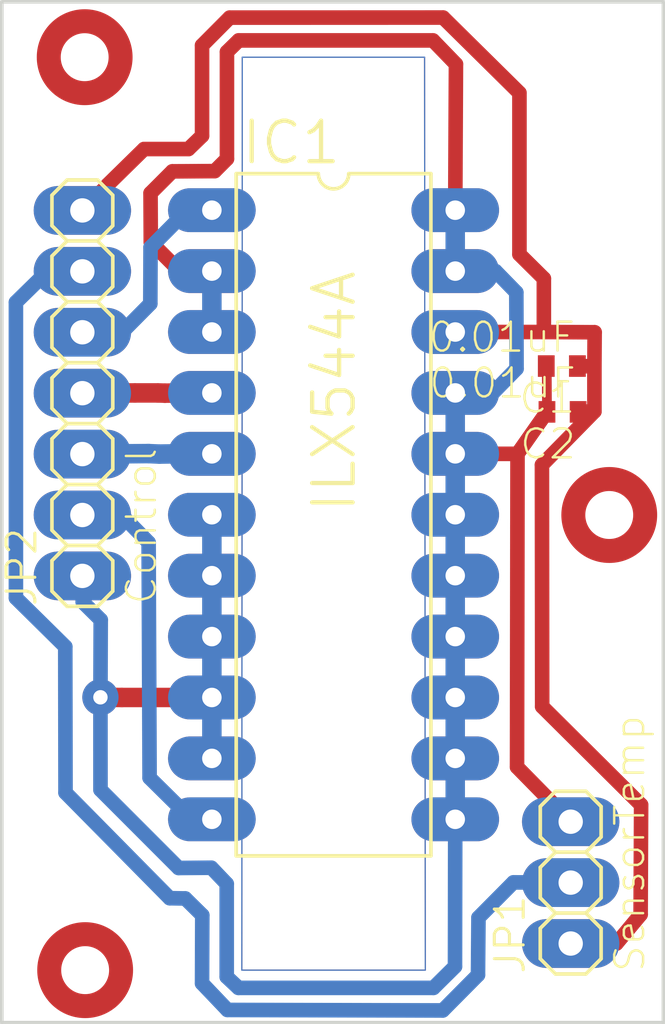
<source format=kicad_pcb>
(kicad_pcb (version 4) (host pcbnew 4.0.6+dfsg1-1)

  (general
    (links 29)
    (no_connects 0)
    (area 133.332815 83.643599 164.869386 126.363601)
    (thickness 1.6)
    (drawings 7)
    (tracks 116)
    (zones 0)
    (modules 8)
    (nets 8)
  )

  (page A4)
  (layers
    (0 Top signal)
    (31 Bottom signal)
    (32 B.Adhes user)
    (33 F.Adhes user)
    (34 B.Paste user)
    (35 F.Paste user)
    (36 B.SilkS user)
    (37 F.SilkS user)
    (38 B.Mask user)
    (39 F.Mask user)
    (40 Dwgs.User user)
    (41 Cmts.User user)
    (42 Eco1.User user)
    (43 Eco2.User user)
    (44 Edge.Cuts user)
    (45 Margin user)
    (46 B.CrtYd user)
    (47 F.CrtYd user)
    (48 B.Fab user)
    (49 F.Fab user)
  )

  (setup
    (last_trace_width 0.25)
    (trace_clearance 0.2)
    (zone_clearance 0.508)
    (zone_45_only no)
    (trace_min 0.05)
    (segment_width 0.2)
    (edge_width 0.15)
    (via_size 0.6)
    (via_drill 0.4)
    (via_min_size 0.4)
    (via_min_drill 0.3)
    (uvia_size 0.3)
    (uvia_drill 0.1)
    (uvias_allowed no)
    (uvia_min_size 0.2)
    (uvia_min_drill 0.1)
    (pcb_text_width 0.3)
    (pcb_text_size 1.5 1.5)
    (mod_edge_width 0.15)
    (mod_text_size 1 1)
    (mod_text_width 0.15)
    (pad_size 1.524 1.524)
    (pad_drill 0.762)
    (pad_to_mask_clearance 0.2)
    (aux_axis_origin 0 0)
    (visible_elements FFFFFF7F)
    (pcbplotparams
      (layerselection 0x00030_80000001)
      (usegerberextensions false)
      (excludeedgelayer true)
      (linewidth 0.100000)
      (plotframeref false)
      (viasonmask false)
      (mode 1)
      (useauxorigin false)
      (hpglpennumber 1)
      (hpglpenspeed 20)
      (hpglpendiameter 15)
      (hpglpenoverlay 2)
      (psnegative false)
      (psa4output false)
      (plotreference true)
      (plotvalue true)
      (plotinvisibletext false)
      (padsonsilk false)
      (subtractmaskfromsilk false)
      (outputformat 1)
      (mirror false)
      (drillshape 1)
      (scaleselection 1)
      (outputdirectory ""))
  )

  (net 0 "")
  (net 1 N$3)
  (net 2 N$4)
  (net 3 N$6)
  (net 4 N$1)
  (net 5 N$14)
  (net 6 N$15)
  (net 7 N$2)

  (net_class Default "This is the default net class."
    (clearance 0.2)
    (trace_width 0.25)
    (via_dia 0.6)
    (via_drill 0.4)
    (uvia_dia 0.3)
    (uvia_drill 0.1)
    (add_net N$1)
    (add_net N$14)
    (add_net N$15)
    (add_net N$2)
    (add_net N$3)
    (add_net N$4)
    (add_net N$6)
  )

  (module "" (layer Top) (tedit 0) (tstamp 0)
    (at 138.1411 86.0186)
    (fp_text reference @HOLE0 (at 0 0) (layer F.SilkS) hide
      (effects (font (thickness 0.15)))
    )
    (fp_text value "" (at 0 0) (layer F.SilkS)
      (effects (font (thickness 0.15)))
    )
    (pad "" np_thru_hole circle (at 0 0) (size 0.6 0.6) (drill 0.6) (layers *.Cu))
  )

  (module "" (layer Top) (tedit 0) (tstamp 0)
    (at 138.1711 124.0886)
    (fp_text reference @HOLE1 (at 0 0) (layer F.SilkS) hide
      (effects (font (thickness 0.15)))
    )
    (fp_text value "" (at 0 0) (layer F.SilkS)
      (effects (font (thickness 0.15)))
    )
    (pad "" np_thru_hole circle (at 0 0) (size 0.6 0.6) (drill 0.6) (layers *.Cu))
  )

  (module "" (layer Top) (tedit 0) (tstamp 0)
    (at 160.0611 105.0886)
    (fp_text reference @HOLE2 (at 0 0) (layer F.SilkS) hide
      (effects (font (thickness 0.15)))
    )
    (fp_text value "" (at 0 0) (layer F.SilkS)
      (effects (font (thickness 0.15)))
    )
    (pad "" np_thru_hole circle (at 0 0) (size 0.6 0.6) (drill 0.6) (layers *.Cu))
  )

  (module C0402 (layer Top) (tedit 0) (tstamp 59805F0D)
    (at 158.0711 98.9086 180)
    (descr <b>CAPACITOR</b>)
    (fp_text reference C1 (at -0.635 -0.635 180) (layer F.SilkS)
      (effects (font (size 1.2065 1.2065) (thickness 0.1016)) (justify right top))
    )
    (fp_text value 0.01uF (at -0.635 1.905 180) (layer F.SilkS)
      (effects (font (size 1.2065 1.2065) (thickness 0.1016)) (justify right top))
    )
    (fp_line (start -0.245 -0.224) (end 0.245 -0.224) (layer Dwgs.User) (width 0.1524))
    (fp_line (start 0.245 0.224) (end -0.245 0.224) (layer Dwgs.User) (width 0.1524))
    (fp_poly (pts (xy -0.554 0.3048) (xy -0.254 0.3048) (xy -0.254 -0.2951) (xy -0.554 -0.2951)) (layer Dwgs.User) (width 0))
    (fp_poly (pts (xy 0.2588 0.3048) (xy 0.5588 0.3048) (xy 0.5588 -0.2951) (xy 0.2588 -0.2951)) (layer Dwgs.User) (width 0))
    (fp_poly (pts (xy -0.1999 0.3) (xy 0.1999 0.3) (xy 0.1999 -0.3) (xy -0.1999 -0.3)) (layer F.Adhes) (width 0))
    (pad 1 smd rect (at -0.65 0 180) (size 0.7 0.9) (layers Top F.Paste F.Mask)
      (net 7 N$2))
    (pad 2 smd rect (at 0.65 0 180) (size 0.7 0.9) (layers Top F.Paste F.Mask)
      (net 6 N$15))
  )

  (module C0402 (layer Top) (tedit 0) (tstamp 59805F17)
    (at 158.1011 100.8186 180)
    (descr <b>CAPACITOR</b>)
    (fp_text reference C2 (at -0.635 -0.635 180) (layer F.SilkS)
      (effects (font (size 1.2065 1.2065) (thickness 0.1016)) (justify right top))
    )
    (fp_text value 0.01uF (at -0.635 1.905 180) (layer F.SilkS)
      (effects (font (size 1.2065 1.2065) (thickness 0.1016)) (justify right top))
    )
    (fp_line (start -0.245 -0.224) (end 0.245 -0.224) (layer Dwgs.User) (width 0.1524))
    (fp_line (start 0.245 0.224) (end -0.245 0.224) (layer Dwgs.User) (width 0.1524))
    (fp_poly (pts (xy -0.554 0.3048) (xy -0.254 0.3048) (xy -0.254 -0.2951) (xy -0.554 -0.2951)) (layer Dwgs.User) (width 0))
    (fp_poly (pts (xy 0.2588 0.3048) (xy 0.5588 0.3048) (xy 0.5588 -0.2951) (xy 0.2588 -0.2951)) (layer Dwgs.User) (width 0))
    (fp_poly (pts (xy -0.1999 0.3) (xy 0.1999 0.3) (xy 0.1999 -0.3) (xy -0.1999 -0.3)) (layer F.Adhes) (width 0))
    (pad 1 smd rect (at -0.65 0 180) (size 0.7 0.9) (layers Top F.Paste F.Mask)
      (net 7 N$2))
    (pad 2 smd rect (at 0.65 0 180) (size 0.7 0.9) (layers Top F.Paste F.Mask)
      (net 6 N$15))
  )

  (module DIL22-4 (layer Top) (tedit 0) (tstamp 59805F21)
    (at 148.5411 105.1086 270)
    (descr "<b>Dual In Line</b> 0.4 inch")
    (fp_text reference IC1 (at -14.5288 3.937 360) (layer F.SilkS)
      (effects (font (size 1.6891 1.6891) (thickness 0.1778)) (justify left bottom))
    )
    (fp_text value ILX544A (at -10.287 0.9652 270) (layer F.SilkS)
      (effects (font (size 1.6891 1.6891) (thickness 0.1778)) (justify right top))
    )
    (fp_line (start -14.224 0.635) (end -14.224 4.064) (layer F.SilkS) (width 0.1524))
    (fp_arc (start -14.224 0) (end -14.224 -0.635) (angle 180) (layer F.SilkS) (width 0.1524))
    (fp_line (start 14.224 4.064) (end 14.224 -4.064) (layer F.SilkS) (width 0.1524))
    (fp_line (start -14.224 4.064) (end 14.224 4.064) (layer F.SilkS) (width 0.1524))
    (fp_line (start -14.224 -4.064) (end -14.224 -0.635) (layer F.SilkS) (width 0.1524))
    (fp_line (start -14.224 -4.064) (end 14.224 -4.064) (layer F.SilkS) (width 0.1524))
    (pad 1 thru_hole oval (at -12.7 5.08) (size 3.6576 1.8288) (drill 0.8128) (layers *.Cu *.Mask)
      (net 1 N$3))
    (pad 2 thru_hole oval (at -10.16 5.08) (size 3.6576 1.8288) (drill 0.8128) (layers *.Cu *.Mask)
      (net 6 N$15))
    (pad 3 thru_hole oval (at -7.62 5.08) (size 3.6576 1.8288) (drill 0.8128) (layers *.Cu *.Mask)
      (net 6 N$15))
    (pad 4 thru_hole oval (at -5.08 5.08) (size 3.6576 1.8288) (drill 0.8128) (layers *.Cu *.Mask)
      (net 2 N$4))
    (pad 5 thru_hole oval (at -2.54 5.08) (size 3.6576 1.8288) (drill 0.8128) (layers *.Cu *.Mask)
      (net 4 N$1))
    (pad 6 thru_hole oval (at 0 5.08) (size 3.6576 1.8288) (drill 0.8128) (layers *.Cu *.Mask)
      (net 6 N$15))
    (pad 7 thru_hole oval (at 2.54 5.08) (size 3.6576 1.8288) (drill 0.8128) (layers *.Cu *.Mask)
      (net 6 N$15))
    (pad 8 thru_hole oval (at 5.08 5.08) (size 3.6576 1.8288) (drill 0.8128) (layers *.Cu *.Mask)
      (net 6 N$15))
    (pad 9 thru_hole oval (at 7.62 5.08) (size 3.6576 1.8288) (drill 0.8128) (layers *.Cu *.Mask)
      (net 6 N$15))
    (pad 10 thru_hole oval (at 10.16 5.08) (size 3.6576 1.8288) (drill 0.8128) (layers *.Cu *.Mask)
      (net 6 N$15))
    (pad 11 thru_hole oval (at 12.7 5.08) (size 3.6576 1.8288) (drill 0.8128) (layers *.Cu *.Mask)
      (net 3 N$6))
    (pad 12 thru_hole oval (at 12.7 -5.08) (size 3.6576 1.8288) (drill 0.8128) (layers *.Cu *.Mask)
      (net 6 N$15))
    (pad 13 thru_hole oval (at 10.16 -5.08) (size 3.6576 1.8288) (drill 0.8128) (layers *.Cu *.Mask)
      (net 6 N$15))
    (pad 14 thru_hole oval (at 7.62 -5.08) (size 3.6576 1.8288) (drill 0.8128) (layers *.Cu *.Mask)
      (net 6 N$15))
    (pad 15 thru_hole oval (at 5.08 -5.08) (size 3.6576 1.8288) (drill 0.8128) (layers *.Cu *.Mask)
      (net 6 N$15))
    (pad 16 thru_hole oval (at 2.54 -5.08) (size 3.6576 1.8288) (drill 0.8128) (layers *.Cu *.Mask)
      (net 6 N$15))
    (pad 17 thru_hole oval (at 0 -5.08) (size 3.6576 1.8288) (drill 0.8128) (layers *.Cu *.Mask)
      (net 6 N$15))
    (pad 18 thru_hole oval (at -2.54 -5.08) (size 3.6576 1.8288) (drill 0.8128) (layers *.Cu *.Mask)
      (net 6 N$15))
    (pad 19 thru_hole oval (at -5.08 -5.08) (size 3.6576 1.8288) (drill 0.8128) (layers *.Cu *.Mask)
      (net 6 N$15))
    (pad 20 thru_hole oval (at -7.62 -5.08) (size 3.6576 1.8288) (drill 0.8128) (layers *.Cu *.Mask)
      (net 7 N$2))
    (pad 21 thru_hole oval (at -10.16 -5.08) (size 3.6576 1.8288) (drill 0.8128) (layers *.Cu *.Mask)
      (net 6 N$15))
    (pad 22 thru_hole oval (at -12.7 -5.08) (size 3.6576 1.8288) (drill 0.8128) (layers *.Cu *.Mask)
      (net 6 N$15))
  )

  (module 1X03 (layer Top) (tedit 0) (tstamp 59805F40)
    (at 158.4411 120.4486 90)
    (descr "<b>PIN HEADER</b>")
    (fp_text reference JP1 (at -3.8862 -1.8288 90) (layer F.SilkS)
      (effects (font (size 1.2065 1.2065) (thickness 0.127)) (justify left bottom))
    )
    (fp_text value SensorTemp (at -3.81 3.175 90) (layer F.SilkS)
      (effects (font (size 1.2065 1.2065) (thickness 0.1016)) (justify left bottom))
    )
    (fp_line (start -3.175 -1.27) (end -1.905 -1.27) (layer F.SilkS) (width 0.1524))
    (fp_line (start -1.905 -1.27) (end -1.27 -0.635) (layer F.SilkS) (width 0.1524))
    (fp_line (start -1.27 -0.635) (end -1.27 0.635) (layer F.SilkS) (width 0.1524))
    (fp_line (start -1.27 0.635) (end -1.905 1.27) (layer F.SilkS) (width 0.1524))
    (fp_line (start -1.27 -0.635) (end -0.635 -1.27) (layer F.SilkS) (width 0.1524))
    (fp_line (start -0.635 -1.27) (end 0.635 -1.27) (layer F.SilkS) (width 0.1524))
    (fp_line (start 0.635 -1.27) (end 1.27 -0.635) (layer F.SilkS) (width 0.1524))
    (fp_line (start 1.27 -0.635) (end 1.27 0.635) (layer F.SilkS) (width 0.1524))
    (fp_line (start 1.27 0.635) (end 0.635 1.27) (layer F.SilkS) (width 0.1524))
    (fp_line (start 0.635 1.27) (end -0.635 1.27) (layer F.SilkS) (width 0.1524))
    (fp_line (start -0.635 1.27) (end -1.27 0.635) (layer F.SilkS) (width 0.1524))
    (fp_line (start -3.81 -0.635) (end -3.81 0.635) (layer F.SilkS) (width 0.1524))
    (fp_line (start -3.175 -1.27) (end -3.81 -0.635) (layer F.SilkS) (width 0.1524))
    (fp_line (start -3.81 0.635) (end -3.175 1.27) (layer F.SilkS) (width 0.1524))
    (fp_line (start -1.905 1.27) (end -3.175 1.27) (layer F.SilkS) (width 0.1524))
    (fp_line (start 1.27 -0.635) (end 1.905 -1.27) (layer F.SilkS) (width 0.1524))
    (fp_line (start 1.905 -1.27) (end 3.175 -1.27) (layer F.SilkS) (width 0.1524))
    (fp_line (start 3.175 -1.27) (end 3.81 -0.635) (layer F.SilkS) (width 0.1524))
    (fp_line (start 3.81 -0.635) (end 3.81 0.635) (layer F.SilkS) (width 0.1524))
    (fp_line (start 3.81 0.635) (end 3.175 1.27) (layer F.SilkS) (width 0.1524))
    (fp_line (start 3.175 1.27) (end 1.905 1.27) (layer F.SilkS) (width 0.1524))
    (fp_line (start 1.905 1.27) (end 1.27 0.635) (layer F.SilkS) (width 0.1524))
    (fp_poly (pts (xy -0.254 0.254) (xy 0.254 0.254) (xy 0.254 -0.254) (xy -0.254 -0.254)) (layer Dwgs.User) (width 0))
    (fp_poly (pts (xy -2.794 0.254) (xy -2.286 0.254) (xy -2.286 -0.254) (xy -2.794 -0.254)) (layer Dwgs.User) (width 0))
    (fp_poly (pts (xy 2.286 0.254) (xy 2.794 0.254) (xy 2.794 -0.254) (xy 2.286 -0.254)) (layer Dwgs.User) (width 0))
    (pad 1 thru_hole oval (at -2.54 0 180) (size 4.064 2.032) (drill 1.016) (layers *.Cu *.Mask)
      (net 7 N$2))
    (pad 2 thru_hole oval (at 0 0 180) (size 4.064 2.032) (drill 1.016) (layers *.Cu *.Mask)
      (net 5 N$14))
    (pad 3 thru_hole oval (at 2.54 0 180) (size 4.064 2.032) (drill 1.016) (layers *.Cu *.Mask)
      (net 6 N$15))
  )

  (module 1X07 (layer Top) (tedit 0) (tstamp 59805F5F)
    (at 138.0547 100.0386 90)
    (descr "<b>PIN HEADER</b>")
    (fp_text reference JP2 (at -8.9662 -1.8288 90) (layer F.SilkS)
      (effects (font (size 1.2065 1.2065) (thickness 0.127)) (justify left bottom))
    )
    (fp_text value Control (at -8.89 3.175 90) (layer F.SilkS)
      (effects (font (size 1.2065 1.2065) (thickness 0.1016)) (justify left bottom))
    )
    (fp_line (start 3.81 -0.635) (end 4.445 -1.27) (layer F.SilkS) (width 0.1524))
    (fp_line (start 4.445 -1.27) (end 5.715 -1.27) (layer F.SilkS) (width 0.1524))
    (fp_line (start 5.715 -1.27) (end 6.35 -0.635) (layer F.SilkS) (width 0.1524))
    (fp_line (start 6.35 -0.635) (end 6.35 0.635) (layer F.SilkS) (width 0.1524))
    (fp_line (start 6.35 0.635) (end 5.715 1.27) (layer F.SilkS) (width 0.1524))
    (fp_line (start 5.715 1.27) (end 4.445 1.27) (layer F.SilkS) (width 0.1524))
    (fp_line (start 4.445 1.27) (end 3.81 0.635) (layer F.SilkS) (width 0.1524))
    (fp_line (start -0.635 -1.27) (end 0.635 -1.27) (layer F.SilkS) (width 0.1524))
    (fp_line (start 0.635 -1.27) (end 1.27 -0.635) (layer F.SilkS) (width 0.1524))
    (fp_line (start 1.27 -0.635) (end 1.27 0.635) (layer F.SilkS) (width 0.1524))
    (fp_line (start 1.27 0.635) (end 0.635 1.27) (layer F.SilkS) (width 0.1524))
    (fp_line (start 1.27 -0.635) (end 1.905 -1.27) (layer F.SilkS) (width 0.1524))
    (fp_line (start 1.905 -1.27) (end 3.175 -1.27) (layer F.SilkS) (width 0.1524))
    (fp_line (start 3.175 -1.27) (end 3.81 -0.635) (layer F.SilkS) (width 0.1524))
    (fp_line (start 3.81 -0.635) (end 3.81 0.635) (layer F.SilkS) (width 0.1524))
    (fp_line (start 3.81 0.635) (end 3.175 1.27) (layer F.SilkS) (width 0.1524))
    (fp_line (start 3.175 1.27) (end 1.905 1.27) (layer F.SilkS) (width 0.1524))
    (fp_line (start 1.905 1.27) (end 1.27 0.635) (layer F.SilkS) (width 0.1524))
    (fp_line (start -3.81 -0.635) (end -3.175 -1.27) (layer F.SilkS) (width 0.1524))
    (fp_line (start -3.175 -1.27) (end -1.905 -1.27) (layer F.SilkS) (width 0.1524))
    (fp_line (start -1.905 -1.27) (end -1.27 -0.635) (layer F.SilkS) (width 0.1524))
    (fp_line (start -1.27 -0.635) (end -1.27 0.635) (layer F.SilkS) (width 0.1524))
    (fp_line (start -1.27 0.635) (end -1.905 1.27) (layer F.SilkS) (width 0.1524))
    (fp_line (start -1.905 1.27) (end -3.175 1.27) (layer F.SilkS) (width 0.1524))
    (fp_line (start -3.175 1.27) (end -3.81 0.635) (layer F.SilkS) (width 0.1524))
    (fp_line (start -0.635 -1.27) (end -1.27 -0.635) (layer F.SilkS) (width 0.1524))
    (fp_line (start -1.27 0.635) (end -0.635 1.27) (layer F.SilkS) (width 0.1524))
    (fp_line (start 0.635 1.27) (end -0.635 1.27) (layer F.SilkS) (width 0.1524))
    (fp_line (start -8.255 -1.27) (end -6.985 -1.27) (layer F.SilkS) (width 0.1524))
    (fp_line (start -6.985 -1.27) (end -6.35 -0.635) (layer F.SilkS) (width 0.1524))
    (fp_line (start -6.35 -0.635) (end -6.35 0.635) (layer F.SilkS) (width 0.1524))
    (fp_line (start -6.35 0.635) (end -6.985 1.27) (layer F.SilkS) (width 0.1524))
    (fp_line (start -6.35 -0.635) (end -5.715 -1.27) (layer F.SilkS) (width 0.1524))
    (fp_line (start -5.715 -1.27) (end -4.445 -1.27) (layer F.SilkS) (width 0.1524))
    (fp_line (start -4.445 -1.27) (end -3.81 -0.635) (layer F.SilkS) (width 0.1524))
    (fp_line (start -3.81 -0.635) (end -3.81 0.635) (layer F.SilkS) (width 0.1524))
    (fp_line (start -3.81 0.635) (end -4.445 1.27) (layer F.SilkS) (width 0.1524))
    (fp_line (start -4.445 1.27) (end -5.715 1.27) (layer F.SilkS) (width 0.1524))
    (fp_line (start -5.715 1.27) (end -6.35 0.635) (layer F.SilkS) (width 0.1524))
    (fp_line (start -8.89 -0.635) (end -8.89 0.635) (layer F.SilkS) (width 0.1524))
    (fp_line (start -8.255 -1.27) (end -8.89 -0.635) (layer F.SilkS) (width 0.1524))
    (fp_line (start -8.89 0.635) (end -8.255 1.27) (layer F.SilkS) (width 0.1524))
    (fp_line (start -6.985 1.27) (end -8.255 1.27) (layer F.SilkS) (width 0.1524))
    (fp_line (start 6.985 -1.27) (end 8.255 -1.27) (layer F.SilkS) (width 0.1524))
    (fp_line (start 8.255 -1.27) (end 8.89 -0.635) (layer F.SilkS) (width 0.1524))
    (fp_line (start 8.89 -0.635) (end 8.89 0.635) (layer F.SilkS) (width 0.1524))
    (fp_line (start 8.89 0.635) (end 8.255 1.27) (layer F.SilkS) (width 0.1524))
    (fp_line (start 6.985 -1.27) (end 6.35 -0.635) (layer F.SilkS) (width 0.1524))
    (fp_line (start 6.35 0.635) (end 6.985 1.27) (layer F.SilkS) (width 0.1524))
    (fp_line (start 8.255 1.27) (end 6.985 1.27) (layer F.SilkS) (width 0.1524))
    (fp_poly (pts (xy 4.826 0.254) (xy 5.334 0.254) (xy 5.334 -0.254) (xy 4.826 -0.254)) (layer Dwgs.User) (width 0))
    (fp_poly (pts (xy 2.286 0.254) (xy 2.794 0.254) (xy 2.794 -0.254) (xy 2.286 -0.254)) (layer Dwgs.User) (width 0))
    (fp_poly (pts (xy -0.254 0.254) (xy 0.254 0.254) (xy 0.254 -0.254) (xy -0.254 -0.254)) (layer Dwgs.User) (width 0))
    (fp_poly (pts (xy -2.794 0.254) (xy -2.286 0.254) (xy -2.286 -0.254) (xy -2.794 -0.254)) (layer Dwgs.User) (width 0))
    (fp_poly (pts (xy -5.334 0.254) (xy -4.826 0.254) (xy -4.826 -0.254) (xy -5.334 -0.254)) (layer Dwgs.User) (width 0))
    (fp_poly (pts (xy -7.874 0.254) (xy -7.366 0.254) (xy -7.366 -0.254) (xy -7.874 -0.254)) (layer Dwgs.User) (width 0))
    (fp_poly (pts (xy 7.366 0.254) (xy 7.874 0.254) (xy 7.874 -0.254) (xy 7.366 -0.254)) (layer Dwgs.User) (width 0))
    (pad 1 thru_hole oval (at -7.62 0 180) (size 4.064 2.032) (drill 1.016) (layers *.Cu *.Mask)
      (net 6 N$15))
    (pad 2 thru_hole oval (at -5.08 0 180) (size 4.064 2.032) (drill 1.016) (layers *.Cu *.Mask)
      (net 3 N$6))
    (pad 3 thru_hole oval (at -2.54 0 180) (size 4.064 2.032) (drill 1.016) (layers *.Cu *.Mask)
      (net 4 N$1))
    (pad 4 thru_hole oval (at 0 0 180) (size 4.064 2.032) (drill 1.016) (layers *.Cu *.Mask)
      (net 2 N$4))
    (pad 5 thru_hole oval (at 2.54 0 180) (size 4.064 2.032) (drill 1.016) (layers *.Cu *.Mask)
      (net 1 N$3))
    (pad 6 thru_hole oval (at 5.08 0 180) (size 4.064 2.032) (drill 1.016) (layers *.Cu *.Mask)
      (net 5 N$14))
    (pad 7 thru_hole oval (at 7.62 0 180) (size 4.064 2.032) (drill 1.016) (layers *.Cu *.Mask)
      (net 7 N$2))
  )

  (gr_line (start 134.6911 126.2886) (end 162.3111 126.2886) (layer Edge.Cuts) (width 0.15) (tstamp 558D2C3E8EE0))
  (gr_line (start 162.3111 126.2886) (end 162.3111 83.7186) (layer Edge.Cuts) (width 0.15) (tstamp 558D2C3E9860))
  (gr_line (start 162.3111 83.7186) (end 134.6911 83.7186) (layer Edge.Cuts) (width 0.15) (tstamp 558D2C3EA1E0))
  (gr_line (start 134.6911 83.7186) (end 134.6911 126.2886) (layer Edge.Cuts) (width 0.15) (tstamp 558D2C3EAB60))
  (gr_circle (center 138.1511 86.0286) (end 139.6511 86.0286) (layer Top) (width 1) (tstamp 558D2C53FA00))
  (gr_circle (center 160.0511 105.1186) (end 161.5511 105.1186) (layer Top) (width 1) (tstamp 558D2C540250))
  (gr_circle (center 138.1711 124.0986) (end 139.6711 124.0986) (layer Top) (width 1) (tstamp 558D2C540AA0))

  (segment (start 152.3411 86.0286) (end 152.3711 124.0986) (width 0.05) (layer Bottom) (net 0) (tstamp 558D2C971280))
  (segment (start 152.3711 124.0986) (end 144.7111 124.0986) (width 0.05) (layer Bottom) (net 0) (tstamp 558D2C971C00))
  (segment (start 144.7111 124.0986) (end 144.7311 86.0286) (width 0.05) (layer Bottom) (net 0) (tstamp 558D2C972580))
  (segment (start 144.7311 86.0286) (end 152.3411 86.0286) (width 0.05) (layer Bottom) (net 0) (tstamp 558D2C972F00))
  (segment (start 152.3411 86.0286) (end 152.3711 124.0986) (width 0.05) (layer Top) (net 0) (tstamp 558D2C973C10))
  (segment (start 152.3711 124.0986) (end 144.7111 124.0986) (width 0.05) (layer Top) (net 0) (tstamp 558D2C974590))
  (segment (start 144.7111 124.0986) (end 144.7311 86.0286) (width 0.05) (layer Top) (net 0) (tstamp 558D2C974F10))
  (segment (start 144.7311 86.0286) (end 152.3411 86.0286) (width 0.05) (layer Top) (net 0) (tstamp 558D2C975890))
  (segment (start 142.4311 92.4186) (end 143.4611 92.4086) (width 0.6096) (layer Bottom) (net 1) (tstamp 558D2C8F58C0))
  (segment (start 140.9011 93.9586) (end 142.4311 92.4186) (width 0.6096) (layer Bottom) (net 1) (tstamp 558D2C8F6240))
  (segment (start 140.8911 96.3086) (end 140.9011 93.9586) (width 0.6096) (layer Bottom) (net 1) (tstamp 558D2C8F6BC0))
  (segment (start 139.6811 97.5286) (end 140.8911 96.3086) (width 0.6096) (layer Bottom) (net 1) (tstamp 558D2C8F7540))
  (segment (start 139.6811 97.5286) (end 138.0547 97.4986) (width 0.6096) (layer Bottom) (net 1) (tstamp 558D2C8F7EC0))
  (segment (start 142.3211 100.0286) (end 143.4611 100.0286) (width 0.8128) (layer Top) (net 2) (tstamp 558D2C8F9550))
  (segment (start 140.2511 100.0286) (end 141.2111 100.0286) (width 0.8128) (layer Top) (net 2) (tstamp 558D2C929EE0))
  (segment (start 141.2111 100.0286) (end 141.5011 100.0386) (width 0.8128) (layer Top) (net 2) (tstamp 558D2C92A6E0))
  (segment (start 141.5011 100.0386) (end 142.3211 100.0286) (width 0.8128) (layer Top) (net 2) (tstamp 558D2C92AFA0))
  (segment (start 140.2511 100.0286) (end 138.0547 100.0386) (width 0.8128) (layer Top) (net 2) (tstamp 558D2C92B920))
  (segment (start 142.6011 117.7986) (end 143.4611 117.8086) (width 0.6096) (layer Bottom) (net 3) (tstamp 558D2C92CFB0))
  (segment (start 140.8611 116.0786) (end 142.6011 117.7986) (width 0.6096) (layer Bottom) (net 3) (tstamp 558D2C92D930))
  (segment (start 139.7111 105.1386) (end 140.8211 106.2686) (width 0.6096) (layer Bottom) (net 3) (tstamp 558D2C92E2B0))
  (segment (start 140.8211 106.2686) (end 140.8611 116.0786) (width 0.6096) (layer Bottom) (net 3) (tstamp 558D2C92EC30))
  (segment (start 139.7111 105.1386) (end 138.0547 105.1186) (width 0.6096) (layer Bottom) (net 3) (tstamp 558D2C92F5B0))
  (segment (start 142.6011 102.5586) (end 143.4611 102.5686) (width 0.8128) (layer Bottom) (net 4) (tstamp 558D2C930C40))
  (segment (start 140.8111 102.5586) (end 141.2711 102.5786) (width 0.8128) (layer Bottom) (net 4) (tstamp 558D2C9315C0))
  (segment (start 141.2711 102.5786) (end 142.6011 102.5586) (width 0.8128) (layer Bottom) (net 4) (tstamp 558D2C931F40))
  (segment (start 140.8111 102.5586) (end 138.0547 102.5786) (width 0.8128) (layer Bottom) (net 4) (tstamp 558D2C9328C0))
  (segment (start 154.5911 121.9086) (end 156.0511 120.4386) (width 0.6096) (layer Bottom) (net 5) (tstamp 558D2C933F50))
  (segment (start 154.5711 124.2986) (end 154.5911 121.9086) (width 0.6096) (layer Bottom) (net 5) (tstamp 558D2C9348D0))
  (segment (start 153.1011 125.7786) (end 154.5711 124.2986) (width 0.6096) (layer Bottom) (net 5) (tstamp 558D2C935250))
  (segment (start 136.6311 94.9286) (end 135.2811 96.2486) (width 0.6096) (layer Bottom) (net 5) (tstamp 558D2C935BD0))
  (segment (start 135.2811 96.2486) (end 135.2811 108.5786) (width 0.6096) (layer Bottom) (net 5) (tstamp 558D2C936550))
  (segment (start 135.2811 108.5786) (end 137.3411 110.6086) (width 0.6096) (layer Bottom) (net 5) (tstamp 558D2C936ED0))
  (segment (start 137.3411 110.6086) (end 137.3511 116.6986) (width 0.6096) (layer Bottom) (net 5) (tstamp 558D2C937850))
  (segment (start 137.3511 116.6986) (end 141.7011 121.0986) (width 0.6096) (layer Bottom) (net 5) (tstamp 558D2C9381D0))
  (segment (start 141.7011 121.0986) (end 142.3511 121.1086) (width 0.6096) (layer Bottom) (net 5) (tstamp 558D2C938B50))
  (segment (start 142.3511 121.1086) (end 143.0611 121.8086) (width 0.6096) (layer Bottom) (net 5) (tstamp 558D2C9394D0))
  (segment (start 143.0611 121.8086) (end 143.0511 124.6486) (width 0.6096) (layer Bottom) (net 5) (tstamp 558D2C939E50))
  (segment (start 143.0511 124.6486) (end 144.1111 125.7586) (width 0.6096) (layer Bottom) (net 5) (tstamp 558D2C93A7D0))
  (segment (start 144.1111 125.7586) (end 153.1011 125.7786) (width 0.6096) (layer Bottom) (net 5) (tstamp 558D2C93B150))
  (segment (start 156.0511 120.4386) (end 158.4411 120.4486) (width 0.6096) (layer Bottom) (net 5) (tstamp 558D2C93BB00))
  (segment (start 136.6311 94.9286) (end 138.0547 94.9586) (width 0.6096) (layer Bottom) (net 5) (tstamp 558D2C93C480))
  (segment (start 153.6211 94.9486) (end 153.6211 92.4086) (width 0.8128) (layer Bottom) (net 6) (tstamp 558D2C943580))
  (segment (start 143.4611 97.4886) (end 143.4611 94.9486) (width 0.8128) (layer Bottom) (net 6) (tstamp 558D2C943F00))
  (segment (start 138.8111 116.5786) (end 138.808759 112.720709) (width 0.6096) (layer Bottom) (net 6) (tstamp 558D2C944880))
  (segment (start 138.808759 112.720709) (end 138.8211 109.490709) (width 0.6096) (layer Bottom) (net 6) (tstamp 558D2C945200))
  (segment (start 138.8211 109.490709) (end 138.0711 108.7486) (width 0.6096) (layer Bottom) (net 6) (tstamp 558D2C945B80))
  (segment (start 138.0711 108.7486) (end 138.0547 107.6586) (width 0.6096) (layer Bottom) (net 6) (tstamp 558D2C946500))
  (segment (start 155.3011 94.9486) (end 153.6211 94.9486) (width 0.6096) (layer Bottom) (net 6) (tstamp 558D2C946E80))
  (segment (start 143.4611 107.6486) (end 143.4611 105.1086) (width 0.8128) (layer Bottom) (net 6) (tstamp 558D2C947800))
  (segment (start 143.4611 112.7286) (end 143.4611 110.1886) (width 0.8128) (layer Bottom) (net 6) (tstamp 558D2C948180))
  (segment (start 143.4611 112.7286) (end 143.4611 115.2686) (width 0.8128) (layer Bottom) (net 6) (tstamp 558D2C948B50))
  (segment (start 143.4611 110.1886) (end 143.4611 107.6486) (width 0.8128) (layer Bottom) (net 6) (tstamp 558D2C9494A0))
  (segment (start 153.6211 117.8086) (end 153.6211 115.2686) (width 0.8128) (layer Bottom) (net 6) (tstamp 558D2C949E20))
  (segment (start 153.6211 112.7286) (end 153.6211 110.1886) (width 0.8128) (layer Bottom) (net 6) (tstamp 558D2C94A740))
  (segment (start 153.6211 107.6486) (end 153.6211 105.1086) (width 0.8128) (layer Bottom) (net 6) (tstamp 558D2C94B0C0))
  (segment (start 153.6211 102.5686) (end 156.2211 102.5686) (width 0.6096) (layer Top) (net 6) (tstamp 558D2C94BA40))
  (segment (start 153.6211 102.5686) (end 153.6211 100.0286) (width 0.8128) (layer Bottom) (net 6) (tstamp 558D2C94C3C0))
  (segment (start 156.2211 102.5686) (end 156.2011 115.6286) (width 0.6096) (layer Top) (net 6) (tstamp 558D2C94CD40))
  (segment (start 156.2011 115.6286) (end 158.4411 117.9086) (width 0.6096) (layer Top) (net 6) (tstamp 558D2C94D6C0))
  (segment (start 156.2211 102.5686) (end 157.4511 100.8186) (width 0.6096) (layer Top) (net 6) (tstamp 558D2C94E040))
  (segment (start 153.6211 102.5686) (end 153.6211 105.1086) (width 0.8128) (layer Bottom) (net 6) (tstamp 558D2C94E9C0))
  (segment (start 153.6211 107.6486) (end 153.6211 110.1886) (width 0.8128) (layer Bottom) (net 6) (tstamp 558D2C94F340))
  (segment (start 153.6211 112.7286) (end 153.6211 115.2686) (width 0.8128) (layer Bottom) (net 6) (tstamp 558D2C94FCC0))
  (segment (start 155.2011 100.0186) (end 156.1811 99.0186) (width 0.6096) (layer Bottom) (net 6) (tstamp 558D2C950640))
  (segment (start 156.1811 99.0186) (end 156.1711 95.8386) (width 0.6096) (layer Bottom) (net 6) (tstamp 558D2C950FC0))
  (segment (start 156.1711 95.8386) (end 155.3011 94.9486) (width 0.6096) (layer Bottom) (net 6) (tstamp 558D2C951940))
  (segment (start 153.6211 100.0286) (end 155.2011 100.0186) (width 0.6096) (layer Bottom) (net 6) (tstamp 558D2C9522C0))
  (segment (start 138.8111 116.5786) (end 142.0711 119.8386) (width 0.6096) (layer Bottom) (net 6) (tstamp 558D2C952C40))
  (segment (start 142.0711 119.8386) (end 143.4411 119.8286) (width 0.6096) (layer Bottom) (net 6) (tstamp 558D2C9535C0))
  (segment (start 143.4411 119.8286) (end 144.0811 120.4986) (width 0.6096) (layer Bottom) (net 6) (tstamp 558D2C953F40))
  (segment (start 144.0811 120.4986) (end 144.0811 124.3786) (width 0.6096) (layer Bottom) (net 6) (tstamp 558D2C9548C0))
  (segment (start 144.0811 124.3786) (end 144.5711 124.8386) (width 0.6096) (layer Bottom) (net 6) (tstamp 558D2C955240))
  (segment (start 144.5711 124.8386) (end 152.7111 124.8386) (width 0.6096) (layer Bottom) (net 6) (tstamp 558D2C955BC0))
  (segment (start 152.7111 124.8386) (end 153.6111 123.9486) (width 0.6096) (layer Bottom) (net 6) (tstamp 558D2C956540))
  (segment (start 153.6111 123.9486) (end 153.6211 117.8086) (width 0.6096) (layer Bottom) (net 6) (tstamp 558D2C956EC0))
  (segment (start 143.4611 94.9486) (end 142.1211 94.9486) (width 0.6096) (layer Top) (net 6) (tstamp 558D2C957840))
  (segment (start 142.1211 94.9486) (end 140.9111 93.7386) (width 0.6096) (layer Top) (net 6) (tstamp 558D2C9581C0))
  (segment (start 140.9111 93.7386) (end 140.9011 91.6986) (width 0.6096) (layer Top) (net 6) (tstamp 558D2C958B40))
  (segment (start 140.9011 91.6986) (end 141.8111 90.7886) (width 0.6096) (layer Top) (net 6) (tstamp 558D2C9594C0))
  (segment (start 141.8111 90.7886) (end 143.5811 90.7786) (width 0.6096) (layer Top) (net 6) (tstamp 558D2C959E40))
  (segment (start 143.5811 90.7786) (end 144.0911 90.2686) (width 0.6096) (layer Top) (net 6) (tstamp 558D2C95A850))
  (segment (start 144.0911 90.2686) (end 144.0911 85.8086) (width 0.6096) (layer Top) (net 6) (tstamp 558D2C95B1D0))
  (segment (start 144.0911 85.8086) (end 144.5811 85.3286) (width 0.6096) (layer Top) (net 6) (tstamp 558D2C95BB50))
  (segment (start 144.5811 85.3286) (end 152.6911 85.3286) (width 0.6096) (layer Top) (net 6) (tstamp 558D2C95C4D0))
  (segment (start 152.6911 85.3286) (end 153.6511 86.3186) (width 0.6096) (layer Top) (net 6) (tstamp 558D2C95CE50))
  (segment (start 153.6511 86.3186) (end 153.6211 92.4086) (width 0.6096) (layer Top) (net 6) (tstamp 558D2C95D7D0))
  (segment (start 139.698759 112.7286) (end 138.808759 112.720709) (width 0.8128) (layer Top) (net 6) (tstamp 558D2C95E150))
  (segment (start 139.698759 112.7286) (end 143.4611 112.7286) (width 0.8128) (layer Top) (net 6) (tstamp 558D2C95EAD0))
  (via (at 138.808759 112.720709) (size 1.5144) (drill 0.6) (layers Top Bottom) (net 6) (tstamp 558D2C95F450))
  (segment (start 157.4211 98.9086) (end 157.4411 98.9886) (width 0.4064) (layer Top) (net 6) (tstamp 558D2C95FCA0))
  (segment (start 157.4411 98.9886) (end 157.4511 100.8186) (width 0.4064) (layer Top) (net 6) (tstamp 558D2C960620))
  (segment (start 159.4311 98.9186) (end 159.4311 100.7986) (width 0.6096) (layer Top) (net 7) (tstamp 558D2C962AF0))
  (segment (start 159.4311 98.9186) (end 158.7211 98.9086) (width 0.6096) (layer Top) (net 7) (tstamp 558D2C963470))
  (segment (start 156.3011 87.5186) (end 156.3011 94.2486) (width 0.6096) (layer Top) (net 7) (tstamp 558D2C963DF0))
  (segment (start 153.115447 84.376062) (end 156.3011 87.5186) (width 0.6096) (layer Top) (net 7) (tstamp 558D2C964770))
  (segment (start 160.3511 122.9886) (end 161.3611 121.7786) (width 0.6096) (layer Top) (net 7) (tstamp 558D2C9650F0))
  (segment (start 159.4311 100.7986) (end 158.7511 100.8186) (width 0.6096) (layer Top) (net 7) (tstamp 558D2C965A70))
  (segment (start 160.3511 122.9886) (end 158.4411 122.9886) (width 0.6096) (layer Top) (net 7) (tstamp 558D2C9663F0))
  (segment (start 157.3211 97.4886) (end 153.6211 97.4886) (width 0.6096) (layer Top) (net 7) (tstamp 558D2C966D70))
  (segment (start 143.0511 89.3086) (end 142.4811 89.8586) (width 0.6096) (layer Top) (net 7) (tstamp 558D2C9676F0))
  (segment (start 142.4811 89.8586) (end 140.6311 89.8586) (width 0.6096) (layer Top) (net 7) (tstamp 558D2C968070))
  (segment (start 140.6311 89.8586) (end 139.1111 91.3486) (width 0.6096) (layer Top) (net 7) (tstamp 558D2C968A20))
  (segment (start 139.1111 91.3486) (end 139.1211 91.3586) (width 0.6096) (layer Top) (net 7) (tstamp 558D2C9693A0))
  (segment (start 139.1211 91.3586) (end 138.0547 92.4186) (width 0.6096) (layer Top) (net 7) (tstamp 558D2C969D20))
  (segment (start 143.0511 89.3086) (end 143.0511 85.5386) (width 0.6096) (layer Top) (net 7) (tstamp 558D2C96A6A0))
  (segment (start 143.0511 85.5386) (end 144.205447 84.3786) (width 0.6096) (layer Top) (net 7) (tstamp 558D2C96B020))
  (segment (start 144.205447 84.3786) (end 153.115447 84.376062) (width 0.6096) (layer Top) (net 7) (tstamp 558D2C96B970))
  (segment (start 157.3211 97.4886) (end 159.4411 97.4986) (width 0.6096) (layer Top) (net 7) (tstamp 558D2C96C2F0))
  (segment (start 159.4411 97.4986) (end 159.4311 98.9186) (width 0.6096) (layer Top) (net 7) (tstamp 558D2C96CC70))
  (segment (start 161.3611 121.7786) (end 161.3811 117.2086) (width 0.6096) (layer Top) (net 7) (tstamp 558D2C96D5F0))
  (segment (start 161.3811 117.2086) (end 157.2511 113.1086) (width 0.6096) (layer Top) (net 7) (tstamp 558D2C96DF70))
  (segment (start 157.2511 113.1086) (end 157.2411 103.0286) (width 0.6096) (layer Top) (net 7) (tstamp 558D2C96E8F0))
  (segment (start 157.2411 103.0286) (end 159.4311 100.7986) (width 0.6096) (layer Top) (net 7) (tstamp 558D2C96F270))
  (segment (start 156.3011 94.2486) (end 157.3211 95.2586) (width 0.6096) (layer Top) (net 7) (tstamp 558D2C96FBF0))
  (segment (start 157.3211 95.2586) (end 157.3211 97.4886) (width 0.6096) (layer Top) (net 7) (tstamp 558D2C970570))

  (zone (net 0) (net_name "") (layer Bottom) (tstamp 558D2C9765A0) (hatch none 0.508)
    (priority 6)
    (connect_pads (clearance 0.508))
    (min_thickness 0.05)
    (fill (arc_segments 32) (thermal_gap 0.1) (thermal_bridge_width 0.1))
    (polygon
      (pts
        (xy 144.7311 86.0286) (xy 152.3411 86.0286) (xy 152.3711 124.0986) (xy 144.7111 124.0886)
      )
    )
  )
  (zone (net 0) (net_name "") (layer Bottom) (tstamp 558D2C9780F0) (hatch none 0.508)
    (priority 6)
    (connect_pads (clearance 0.508))
    (min_thickness 0.1)
    (fill (arc_segments 32) (thermal_gap 0.15) (thermal_bridge_width 0.15))
    (polygon
      (pts
        (xy 134.6411 83.6686) (xy 162.3611 83.6686) (xy 162.3611 126.3386) (xy 134.6411 126.3386)
      )
    )
  )
  (zone (net 0) (net_name "") (layer Top) (tstamp 558D2C979C40) (hatch none 0.508)
    (priority 6)
    (connect_pads (clearance 0.508))
    (min_thickness 0.05)
    (fill (arc_segments 32) (thermal_gap 0.1) (thermal_bridge_width 0.1))
    (polygon
      (pts
        (xy 144.7311 86.0286) (xy 152.3411 86.0286) (xy 152.3711 124.0986) (xy 144.7111 124.0986)
      )
    )
  )
  (zone (net 0) (net_name "") (layer Top) (tstamp 558D2C97B790) (hatch none 0.508)
    (priority 6)
    (connect_pads (clearance 0.508))
    (min_thickness 0.1)
    (fill (arc_segments 32) (thermal_gap 0.15) (thermal_bridge_width 0.15))
    (polygon
      (pts
        (xy 134.6411 83.6686) (xy 162.3511 83.6686) (xy 162.3611 126.3386) (xy 134.6411 126.3386)
      )
    )
  )
)

</source>
